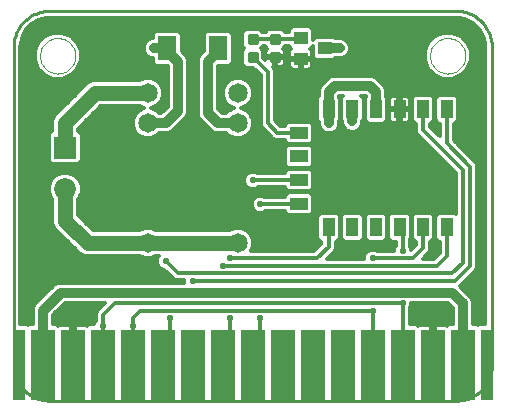
<source format=gtl>
G75*
G70*
%OFA0B0*%
%FSLAX24Y24*%
%IPPOS*%
%LPD*%
%AMOC8*
5,1,8,0,0,1.08239X$1,22.5*
%
%ADD10R,0.0394X0.0591*%
%ADD11R,0.0591X0.0394*%
%ADD12R,0.0450X0.0400*%
%ADD13C,0.0088*%
%ADD14R,0.0728X0.0728*%
%ADD15C,0.0728*%
%ADD16R,0.0600X0.0800*%
%ADD17C,0.0650*%
%ADD18C,0.0100*%
%ADD19R,0.0787X0.2362*%
%ADD20R,0.0394X0.2362*%
%ADD21C,0.0000*%
%ADD22C,0.0120*%
%ADD23C,0.0220*%
%ADD24C,0.0200*%
%ADD25C,0.0320*%
%ADD26C,0.0060*%
%ADD27C,0.0500*%
D10*
X010691Y005941D03*
X011479Y005941D03*
X012266Y005941D03*
X013054Y005941D03*
X013841Y005941D03*
X014629Y005941D03*
X014629Y009879D03*
X013841Y009879D03*
X013054Y009879D03*
X012266Y009879D03*
X011479Y009879D03*
X010691Y009879D03*
D11*
X009707Y009091D03*
X009707Y008304D03*
X009707Y007516D03*
X009707Y006729D03*
D12*
X009760Y011560D03*
X009760Y012260D03*
X010560Y011910D03*
D13*
X008779Y011741D02*
X008779Y011479D01*
X008779Y011741D02*
X009041Y011741D01*
X009041Y011479D01*
X008779Y011479D01*
X008779Y011566D02*
X009041Y011566D01*
X009041Y011653D02*
X008779Y011653D01*
X008779Y011740D02*
X009041Y011740D01*
X008779Y012079D02*
X008779Y012341D01*
X009041Y012341D01*
X009041Y012079D01*
X008779Y012079D01*
X008779Y012166D02*
X009041Y012166D01*
X009041Y012253D02*
X008779Y012253D01*
X008779Y012340D02*
X009041Y012340D01*
X008291Y012341D02*
X008291Y012079D01*
X008029Y012079D01*
X008029Y012341D01*
X008291Y012341D01*
X008291Y012166D02*
X008029Y012166D01*
X008029Y012253D02*
X008291Y012253D01*
X008291Y012340D02*
X008029Y012340D01*
X008291Y011741D02*
X008291Y011479D01*
X008029Y011479D01*
X008029Y011741D01*
X008291Y011741D01*
X008291Y011566D02*
X008029Y011566D01*
X008029Y011653D02*
X008291Y011653D01*
X008291Y011740D02*
X008029Y011740D01*
D14*
X001910Y008599D03*
D15*
X001910Y007221D03*
D16*
X005310Y011910D03*
X007010Y011910D03*
D17*
X007660Y010410D03*
X007660Y009410D03*
X004660Y009410D03*
X004660Y010410D03*
X004660Y005410D03*
X007660Y005410D03*
D18*
X001388Y000164D02*
X014932Y000164D01*
X014999Y000166D01*
X015066Y000172D01*
X015133Y000181D01*
X015199Y000194D01*
X015264Y000211D01*
X015328Y000231D01*
X015391Y000255D01*
X015453Y000283D01*
X015512Y000314D01*
X015570Y000348D01*
X015626Y000385D01*
X015680Y000426D01*
X015732Y000469D01*
X015781Y000515D01*
X015827Y000564D01*
X015870Y000616D01*
X015911Y000670D01*
X015948Y000726D01*
X015982Y000784D01*
X016013Y000843D01*
X016041Y000905D01*
X016065Y000968D01*
X016085Y001032D01*
X016102Y001097D01*
X016115Y001163D01*
X016124Y001230D01*
X016130Y001297D01*
X016132Y001364D01*
X016132Y011956D01*
X016130Y012023D01*
X016124Y012090D01*
X016115Y012157D01*
X016102Y012223D01*
X016085Y012288D01*
X016065Y012352D01*
X016041Y012415D01*
X016013Y012477D01*
X015982Y012536D01*
X015948Y012594D01*
X015911Y012650D01*
X015870Y012704D01*
X015827Y012756D01*
X015781Y012805D01*
X015732Y012851D01*
X015680Y012894D01*
X015626Y012935D01*
X015570Y012972D01*
X015512Y013006D01*
X015453Y013037D01*
X015391Y013065D01*
X015328Y013089D01*
X015264Y013109D01*
X015199Y013126D01*
X015133Y013139D01*
X015066Y013148D01*
X014999Y013154D01*
X014932Y013156D01*
X001388Y013156D01*
X001321Y013154D01*
X001254Y013148D01*
X001187Y013139D01*
X001121Y013126D01*
X001056Y013109D01*
X000992Y013089D01*
X000929Y013065D01*
X000867Y013037D01*
X000808Y013006D01*
X000750Y012972D01*
X000694Y012935D01*
X000640Y012894D01*
X000588Y012851D01*
X000539Y012805D01*
X000493Y012756D01*
X000450Y012704D01*
X000409Y012650D01*
X000372Y012594D01*
X000338Y012536D01*
X000307Y012477D01*
X000279Y012415D01*
X000255Y012352D01*
X000235Y012288D01*
X000218Y012223D01*
X000205Y012157D01*
X000196Y012090D01*
X000190Y012023D01*
X000188Y011956D01*
X000188Y001364D01*
X000190Y001297D01*
X000196Y001230D01*
X000205Y001163D01*
X000218Y001097D01*
X000235Y001032D01*
X000255Y000968D01*
X000279Y000905D01*
X000307Y000843D01*
X000338Y000784D01*
X000372Y000726D01*
X000409Y000670D01*
X000450Y000616D01*
X000493Y000564D01*
X000539Y000515D01*
X000588Y000469D01*
X000640Y000426D01*
X000694Y000385D01*
X000750Y000348D01*
X000808Y000314D01*
X000867Y000283D01*
X000929Y000255D01*
X000992Y000231D01*
X001056Y000211D01*
X001121Y000194D01*
X001187Y000181D01*
X001254Y000172D01*
X001321Y000166D01*
X001388Y000164D01*
D19*
X001160Y001348D03*
X002160Y001348D03*
X003160Y001348D03*
X004160Y001348D03*
X005160Y001348D03*
X006160Y001348D03*
X007160Y001348D03*
X008160Y001348D03*
X009160Y001348D03*
X010160Y001348D03*
X011160Y001348D03*
X012160Y001348D03*
X013160Y001348D03*
X014160Y001348D03*
X015160Y001348D03*
D20*
X015955Y001348D03*
X000365Y001348D03*
D21*
X001069Y011660D02*
X001071Y011708D01*
X001077Y011756D01*
X001087Y011803D01*
X001100Y011849D01*
X001118Y011894D01*
X001138Y011938D01*
X001163Y011980D01*
X001191Y012019D01*
X001221Y012056D01*
X001255Y012090D01*
X001292Y012122D01*
X001330Y012151D01*
X001371Y012176D01*
X001414Y012198D01*
X001459Y012216D01*
X001505Y012230D01*
X001552Y012241D01*
X001600Y012248D01*
X001648Y012251D01*
X001696Y012250D01*
X001744Y012245D01*
X001792Y012236D01*
X001838Y012224D01*
X001883Y012207D01*
X001927Y012187D01*
X001969Y012164D01*
X002009Y012137D01*
X002047Y012107D01*
X002082Y012074D01*
X002114Y012038D01*
X002144Y012000D01*
X002170Y011959D01*
X002192Y011916D01*
X002212Y011872D01*
X002227Y011827D01*
X002239Y011780D01*
X002247Y011732D01*
X002251Y011684D01*
X002251Y011636D01*
X002247Y011588D01*
X002239Y011540D01*
X002227Y011493D01*
X002212Y011448D01*
X002192Y011404D01*
X002170Y011361D01*
X002144Y011320D01*
X002114Y011282D01*
X002082Y011246D01*
X002047Y011213D01*
X002009Y011183D01*
X001969Y011156D01*
X001927Y011133D01*
X001883Y011113D01*
X001838Y011096D01*
X001792Y011084D01*
X001744Y011075D01*
X001696Y011070D01*
X001648Y011069D01*
X001600Y011072D01*
X001552Y011079D01*
X001505Y011090D01*
X001459Y011104D01*
X001414Y011122D01*
X001371Y011144D01*
X001330Y011169D01*
X001292Y011198D01*
X001255Y011230D01*
X001221Y011264D01*
X001191Y011301D01*
X001163Y011340D01*
X001138Y011382D01*
X001118Y011426D01*
X001100Y011471D01*
X001087Y011517D01*
X001077Y011564D01*
X001071Y011612D01*
X001069Y011660D01*
X014069Y011660D02*
X014071Y011708D01*
X014077Y011756D01*
X014087Y011803D01*
X014100Y011849D01*
X014118Y011894D01*
X014138Y011938D01*
X014163Y011980D01*
X014191Y012019D01*
X014221Y012056D01*
X014255Y012090D01*
X014292Y012122D01*
X014330Y012151D01*
X014371Y012176D01*
X014414Y012198D01*
X014459Y012216D01*
X014505Y012230D01*
X014552Y012241D01*
X014600Y012248D01*
X014648Y012251D01*
X014696Y012250D01*
X014744Y012245D01*
X014792Y012236D01*
X014838Y012224D01*
X014883Y012207D01*
X014927Y012187D01*
X014969Y012164D01*
X015009Y012137D01*
X015047Y012107D01*
X015082Y012074D01*
X015114Y012038D01*
X015144Y012000D01*
X015170Y011959D01*
X015192Y011916D01*
X015212Y011872D01*
X015227Y011827D01*
X015239Y011780D01*
X015247Y011732D01*
X015251Y011684D01*
X015251Y011636D01*
X015247Y011588D01*
X015239Y011540D01*
X015227Y011493D01*
X015212Y011448D01*
X015192Y011404D01*
X015170Y011361D01*
X015144Y011320D01*
X015114Y011282D01*
X015082Y011246D01*
X015047Y011213D01*
X015009Y011183D01*
X014969Y011156D01*
X014927Y011133D01*
X014883Y011113D01*
X014838Y011096D01*
X014792Y011084D01*
X014744Y011075D01*
X014696Y011070D01*
X014648Y011069D01*
X014600Y011072D01*
X014552Y011079D01*
X014505Y011090D01*
X014459Y011104D01*
X014414Y011122D01*
X014371Y011144D01*
X014330Y011169D01*
X014292Y011198D01*
X014255Y011230D01*
X014221Y011264D01*
X014191Y011301D01*
X014163Y011340D01*
X014138Y011382D01*
X014118Y011426D01*
X014100Y011471D01*
X014087Y011517D01*
X014077Y011564D01*
X014071Y011612D01*
X014069Y011660D01*
D22*
X013889Y011637D02*
X011268Y011637D01*
X011253Y011622D02*
X011348Y011717D01*
X011400Y011842D01*
X011400Y011978D01*
X011348Y012103D01*
X011253Y012198D01*
X011128Y012250D01*
X010900Y012250D01*
X010860Y012290D01*
X010260Y012290D01*
X010165Y012195D01*
X010165Y012535D01*
X010060Y012640D01*
X009460Y012640D01*
X009355Y012535D01*
X009355Y012450D01*
X009249Y012450D01*
X009134Y012565D01*
X008686Y012565D01*
X008571Y012450D01*
X008499Y012450D01*
X008384Y012565D01*
X007936Y012565D01*
X007805Y012434D01*
X007805Y011986D01*
X007881Y011910D01*
X007805Y011834D01*
X007805Y011386D01*
X007936Y011255D01*
X008176Y011255D01*
X008420Y011011D01*
X008420Y009362D01*
X008457Y009274D01*
X008524Y009207D01*
X008843Y008888D01*
X008931Y008851D01*
X009232Y008851D01*
X009232Y008820D01*
X009337Y008714D01*
X010077Y008714D01*
X010183Y008820D01*
X010183Y009363D01*
X010077Y009468D01*
X009337Y009468D01*
X009232Y009363D01*
X009232Y009331D01*
X009078Y009331D01*
X008900Y009509D01*
X008900Y011158D01*
X008863Y011246D01*
X008834Y011275D01*
X008882Y011275D01*
X008882Y011582D01*
X008938Y011582D01*
X008938Y011638D01*
X009245Y011638D01*
X009245Y011768D01*
X009231Y011820D01*
X009204Y011866D01*
X009175Y011896D01*
X009249Y011970D01*
X009370Y011970D01*
X009447Y011894D01*
X009437Y011888D01*
X009407Y011858D01*
X009386Y011822D01*
X009375Y011781D01*
X009375Y011600D01*
X009720Y011600D01*
X009720Y011520D01*
X009800Y011520D01*
X009800Y011600D01*
X010145Y011600D01*
X010145Y011781D01*
X010134Y011822D01*
X010113Y011858D01*
X010083Y011888D01*
X010073Y011894D01*
X010155Y011975D01*
X010155Y011635D01*
X010260Y011530D01*
X010860Y011530D01*
X010900Y011570D01*
X011128Y011570D01*
X011253Y011622D01*
X011364Y011756D02*
X013889Y011756D01*
X013889Y011813D02*
X013889Y011507D01*
X014007Y011224D01*
X014224Y011007D01*
X014507Y010889D01*
X014813Y010889D01*
X015096Y011007D01*
X015313Y011224D01*
X015431Y011507D01*
X015431Y011813D01*
X015313Y012096D01*
X015096Y012313D01*
X014813Y012431D01*
X014507Y012431D01*
X014224Y012313D01*
X014007Y012096D01*
X013889Y011813D01*
X013915Y011874D02*
X011400Y011874D01*
X011394Y011993D02*
X013964Y011993D01*
X014021Y012111D02*
X011340Y012111D01*
X011177Y012230D02*
X014140Y012230D01*
X014307Y012348D02*
X010165Y012348D01*
X010165Y012230D02*
X010200Y012230D01*
X010165Y012467D02*
X015748Y012467D01*
X015702Y012547D02*
X015829Y012327D01*
X015894Y012083D01*
X015902Y011956D01*
X015902Y002709D01*
X015684Y002709D01*
X015656Y002681D01*
X015628Y002709D01*
X015500Y002709D01*
X015500Y003478D01*
X015448Y003603D01*
X015353Y003698D01*
X015070Y003981D01*
X015113Y004024D01*
X015613Y004524D01*
X015650Y004612D01*
X015650Y008008D01*
X015613Y008096D01*
X015546Y008163D01*
X014869Y008841D01*
X014869Y009403D01*
X014900Y009403D01*
X015005Y009509D01*
X015005Y010248D01*
X014900Y010354D01*
X014357Y010354D01*
X014252Y010248D01*
X014252Y009509D01*
X014357Y009403D01*
X014389Y009403D01*
X014389Y008971D01*
X014081Y009278D01*
X014081Y009403D01*
X014113Y009403D01*
X014218Y009509D01*
X014218Y010248D01*
X014113Y010354D01*
X013570Y010354D01*
X013464Y010248D01*
X013464Y009509D01*
X013570Y009403D01*
X013601Y009403D01*
X013601Y009131D01*
X013638Y009043D01*
X014920Y007761D01*
X014920Y006397D01*
X014900Y006417D01*
X014357Y006417D01*
X014252Y006311D01*
X014252Y005572D01*
X014357Y005466D01*
X014389Y005466D01*
X014389Y005078D01*
X014211Y004900D01*
X013839Y004900D01*
X014045Y005105D01*
X014081Y005193D01*
X014081Y005466D01*
X014113Y005466D01*
X014218Y005572D01*
X014218Y006311D01*
X014113Y006417D01*
X013570Y006417D01*
X013464Y006311D01*
X013464Y005572D01*
X013570Y005466D01*
X013601Y005466D01*
X013601Y005341D01*
X013450Y005189D01*
X013450Y005218D01*
X013406Y005324D01*
X013400Y005330D01*
X013400Y005541D01*
X013431Y005572D01*
X013431Y006311D01*
X013325Y006417D01*
X012782Y006417D01*
X012677Y006311D01*
X012677Y005572D01*
X012782Y005466D01*
X012920Y005466D01*
X012920Y005330D01*
X012914Y005324D01*
X012870Y005218D01*
X012870Y005150D01*
X012330Y005150D01*
X012324Y005156D01*
X012218Y005200D01*
X012102Y005200D01*
X011996Y005156D01*
X011914Y005074D01*
X011870Y004968D01*
X011870Y004900D01*
X010639Y004900D01*
X010827Y005088D01*
X010895Y005156D01*
X010931Y005244D01*
X010931Y005466D01*
X010963Y005466D01*
X011068Y005572D01*
X011068Y006311D01*
X010963Y006417D01*
X010420Y006417D01*
X010315Y006311D01*
X010315Y005572D01*
X010420Y005466D01*
X010451Y005466D01*
X010451Y005391D01*
X010211Y005150D01*
X008099Y005150D01*
X008165Y005310D01*
X008165Y005510D01*
X008088Y005696D01*
X007946Y005838D01*
X007760Y005915D01*
X007560Y005915D01*
X007378Y005840D01*
X004942Y005840D01*
X004760Y005915D01*
X004560Y005915D01*
X004378Y005840D01*
X002838Y005840D01*
X002340Y006338D01*
X002340Y006881D01*
X002371Y006913D01*
X002454Y007113D01*
X002454Y007329D01*
X002371Y007529D01*
X002218Y007682D01*
X002018Y007765D01*
X001802Y007765D01*
X001602Y007682D01*
X001449Y007529D01*
X001366Y007329D01*
X001366Y007113D01*
X001449Y006913D01*
X001480Y006881D01*
X001480Y006074D01*
X001545Y005916D01*
X001666Y005795D01*
X002416Y005045D01*
X002574Y004980D01*
X004378Y004980D01*
X004560Y004905D01*
X004760Y004905D01*
X004942Y004980D01*
X005020Y004980D01*
X005014Y004974D01*
X004970Y004868D01*
X004970Y004752D01*
X005014Y004646D01*
X005096Y004564D01*
X005202Y004520D01*
X005211Y004520D01*
X005524Y004207D01*
X005612Y004170D01*
X005870Y004170D01*
X005870Y004102D01*
X005871Y004100D01*
X001692Y004100D01*
X001567Y004048D01*
X001472Y003953D01*
X000872Y003353D01*
X000820Y003228D01*
X000820Y002709D01*
X000692Y002709D01*
X000664Y002681D01*
X000636Y002709D01*
X000418Y002709D01*
X000418Y011956D01*
X000426Y012083D01*
X000491Y012327D01*
X000618Y012547D01*
X000797Y012726D01*
X001016Y012852D01*
X001261Y012918D01*
X001388Y012926D01*
X014932Y012926D01*
X015059Y012918D01*
X015059Y012918D01*
X015304Y012852D01*
X015523Y012726D01*
X015702Y012547D01*
X015664Y012585D02*
X010115Y012585D01*
X009760Y012260D02*
X009710Y012210D01*
X008910Y012210D01*
X008160Y012210D01*
X008439Y011910D02*
X008499Y011970D01*
X008571Y011970D01*
X008645Y011896D01*
X008616Y011866D01*
X008589Y011820D01*
X008575Y011768D01*
X008575Y011638D01*
X008882Y011638D01*
X008882Y011582D01*
X008575Y011582D01*
X008575Y011534D01*
X008515Y011594D01*
X008515Y011834D01*
X008439Y011910D01*
X008475Y011874D02*
X008623Y011874D01*
X008575Y011756D02*
X008515Y011756D01*
X008515Y011637D02*
X008882Y011637D01*
X008938Y011637D02*
X009375Y011637D01*
X009375Y011520D02*
X009375Y011339D01*
X009386Y011298D01*
X009407Y011262D01*
X009437Y011232D01*
X009473Y011211D01*
X009514Y011200D01*
X009720Y011200D01*
X009720Y011520D01*
X009375Y011520D01*
X009375Y011519D02*
X009245Y011519D01*
X009245Y011582D02*
X008938Y011582D01*
X008938Y011275D01*
X009068Y011275D01*
X009120Y011289D01*
X009166Y011316D01*
X009204Y011354D01*
X009231Y011400D01*
X009375Y011400D01*
X009396Y011282D02*
X009092Y011282D01*
X008938Y011282D02*
X008882Y011282D01*
X008882Y011400D02*
X008938Y011400D01*
X008938Y011519D02*
X008882Y011519D01*
X009245Y011582D02*
X009245Y011452D01*
X009231Y011400D01*
X008898Y011163D02*
X014067Y011163D01*
X013983Y011282D02*
X010124Y011282D01*
X010134Y011298D02*
X010145Y011339D01*
X010145Y011520D01*
X009800Y011520D01*
X009800Y011200D01*
X010006Y011200D01*
X010047Y011211D01*
X010083Y011232D01*
X010113Y011262D01*
X010134Y011298D01*
X010145Y011400D02*
X013934Y011400D01*
X013889Y011519D02*
X010145Y011519D01*
X010145Y011637D02*
X010155Y011637D01*
X010145Y011756D02*
X010155Y011756D01*
X010155Y011874D02*
X010097Y011874D01*
X009800Y011519D02*
X009720Y011519D01*
X009720Y011400D02*
X009800Y011400D01*
X009800Y011282D02*
X009720Y011282D01*
X009375Y011756D02*
X009245Y011756D01*
X009197Y011874D02*
X009423Y011874D01*
X009355Y012467D02*
X009232Y012467D01*
X009405Y012585D02*
X000656Y012585D01*
X000572Y012467D02*
X004912Y012467D01*
X004935Y012490D02*
X004830Y012385D01*
X004830Y012250D01*
X004792Y012250D01*
X004667Y012198D01*
X004572Y012103D01*
X004520Y011978D01*
X004520Y011842D01*
X004572Y011717D01*
X004667Y011622D01*
X004792Y011570D01*
X004830Y011570D01*
X004830Y011435D01*
X004935Y011330D01*
X005309Y011330D01*
X005320Y011319D01*
X005320Y009951D01*
X005119Y009750D01*
X005034Y009750D01*
X004946Y009838D01*
X004773Y009910D01*
X004946Y009982D01*
X005088Y010124D01*
X005165Y010310D01*
X005165Y010510D01*
X005088Y010696D01*
X004946Y010838D01*
X004760Y010915D01*
X004560Y010915D01*
X004378Y010840D01*
X002824Y010840D01*
X002666Y010775D01*
X002545Y010654D01*
X001666Y009775D01*
X001545Y009654D01*
X001480Y009496D01*
X001480Y009143D01*
X001471Y009143D01*
X001366Y009038D01*
X001366Y008160D01*
X001471Y008055D01*
X002349Y008055D01*
X002454Y008160D01*
X002454Y009038D01*
X002349Y009143D01*
X002340Y009143D01*
X002340Y009232D01*
X003088Y009980D01*
X004378Y009980D01*
X004547Y009910D01*
X004374Y009838D01*
X004232Y009696D01*
X004155Y009510D01*
X004155Y009310D01*
X004232Y009124D01*
X004374Y008982D01*
X004560Y008905D01*
X004760Y008905D01*
X004946Y008982D01*
X005034Y009070D01*
X005328Y009070D01*
X005453Y009122D01*
X005853Y009522D01*
X005948Y009617D01*
X006000Y009742D01*
X006000Y011528D01*
X005948Y011653D01*
X005790Y011811D01*
X005790Y012385D01*
X005685Y012490D01*
X004935Y012490D01*
X004830Y012348D02*
X002013Y012348D01*
X002096Y012313D02*
X001813Y012431D01*
X001507Y012431D01*
X001224Y012313D01*
X001007Y012096D01*
X000889Y011813D01*
X000889Y011507D01*
X001007Y011224D01*
X001224Y011007D01*
X001507Y010889D01*
X001813Y010889D01*
X002096Y011007D01*
X002313Y011224D01*
X002431Y011507D01*
X002431Y011813D01*
X002313Y012096D01*
X002096Y012313D01*
X002180Y012230D02*
X004743Y012230D01*
X004580Y012111D02*
X002299Y012111D01*
X002356Y011993D02*
X004526Y011993D01*
X004520Y011874D02*
X002405Y011874D01*
X002431Y011756D02*
X004556Y011756D01*
X004652Y011637D02*
X002431Y011637D01*
X002431Y011519D02*
X004830Y011519D01*
X004865Y011400D02*
X002386Y011400D01*
X002337Y011282D02*
X005320Y011282D01*
X005320Y011163D02*
X002253Y011163D01*
X002134Y011045D02*
X005320Y011045D01*
X005320Y010926D02*
X001902Y010926D01*
X001418Y010926D02*
X000418Y010926D01*
X000418Y010808D02*
X002746Y010808D01*
X002581Y010689D02*
X000418Y010689D01*
X000418Y010571D02*
X002462Y010571D01*
X002545Y010654D02*
X002545Y010654D01*
X002344Y010452D02*
X000418Y010452D01*
X000418Y010334D02*
X002225Y010334D01*
X002107Y010215D02*
X000418Y010215D01*
X000418Y010097D02*
X001988Y010097D01*
X001870Y009978D02*
X000418Y009978D01*
X000418Y009860D02*
X001751Y009860D01*
X001666Y009775D02*
X001666Y009775D01*
X001633Y009741D02*
X000418Y009741D01*
X000418Y009623D02*
X001533Y009623D01*
X001484Y009504D02*
X000418Y009504D01*
X000418Y009386D02*
X001480Y009386D01*
X001480Y009267D02*
X000418Y009267D01*
X000418Y009149D02*
X001480Y009149D01*
X001366Y009030D02*
X000418Y009030D01*
X000418Y008912D02*
X001366Y008912D01*
X001366Y008793D02*
X000418Y008793D01*
X000418Y008675D02*
X001366Y008675D01*
X001366Y008556D02*
X000418Y008556D01*
X000418Y008438D02*
X001366Y008438D01*
X001366Y008319D02*
X000418Y008319D01*
X000418Y008201D02*
X001366Y008201D01*
X001444Y008082D02*
X000418Y008082D01*
X000418Y007964D02*
X009301Y007964D01*
X009337Y007927D02*
X009232Y008032D01*
X009232Y008575D01*
X009337Y008681D01*
X010077Y008681D01*
X010183Y008575D01*
X010183Y008032D01*
X010077Y007927D01*
X009337Y007927D01*
X009337Y007893D02*
X009232Y007788D01*
X009232Y007750D01*
X008330Y007750D01*
X008324Y007756D01*
X008218Y007800D01*
X008102Y007800D01*
X007996Y007756D01*
X007914Y007674D01*
X007870Y007568D01*
X007870Y007452D01*
X007914Y007346D01*
X007996Y007264D01*
X008102Y007220D01*
X008218Y007220D01*
X008324Y007264D01*
X008330Y007270D01*
X009232Y007270D01*
X009232Y007245D01*
X009337Y007139D01*
X010077Y007139D01*
X010183Y007245D01*
X010183Y007788D01*
X010077Y007893D01*
X009337Y007893D01*
X009289Y007845D02*
X000418Y007845D01*
X000418Y007727D02*
X001708Y007727D01*
X001527Y007608D02*
X000418Y007608D01*
X000418Y007490D02*
X001432Y007490D01*
X001383Y007371D02*
X000418Y007371D01*
X000418Y007253D02*
X001366Y007253D01*
X001366Y007134D02*
X000418Y007134D01*
X000418Y007016D02*
X001406Y007016D01*
X001464Y006897D02*
X000418Y006897D01*
X000418Y006779D02*
X001480Y006779D01*
X001480Y006660D02*
X000418Y006660D01*
X000418Y006541D02*
X001480Y006541D01*
X001480Y006423D02*
X000418Y006423D01*
X000418Y006304D02*
X001480Y006304D01*
X001480Y006186D02*
X000418Y006186D01*
X000418Y006067D02*
X001483Y006067D01*
X001532Y005949D02*
X000418Y005949D01*
X000418Y005830D02*
X001631Y005830D01*
X001750Y005712D02*
X000418Y005712D01*
X000418Y005593D02*
X001868Y005593D01*
X001987Y005475D02*
X000418Y005475D01*
X000418Y005356D02*
X002105Y005356D01*
X002224Y005238D02*
X000418Y005238D01*
X000418Y005119D02*
X002342Y005119D01*
X002524Y005001D02*
X000418Y005001D01*
X000418Y004882D02*
X004976Y004882D01*
X004970Y004764D02*
X000418Y004764D01*
X000418Y004645D02*
X005014Y004645D01*
X005185Y004527D02*
X000418Y004527D01*
X000418Y004408D02*
X005322Y004408D01*
X005441Y004290D02*
X000418Y004290D01*
X000418Y004171D02*
X005609Y004171D01*
X005660Y004410D02*
X005260Y004810D01*
X005660Y004410D02*
X014810Y004410D01*
X015160Y004760D01*
X015160Y007860D01*
X013841Y009179D01*
X013841Y009879D01*
X013464Y009860D02*
X013092Y009860D01*
X013092Y009840D02*
X013092Y009917D01*
X013015Y009917D01*
X013015Y009840D01*
X012697Y009840D01*
X012697Y009562D01*
X012708Y009521D01*
X012729Y009485D01*
X012759Y009455D01*
X012795Y009434D01*
X012836Y009423D01*
X013015Y009423D01*
X013015Y009840D01*
X013092Y009840D01*
X013092Y009423D01*
X013272Y009423D01*
X013312Y009434D01*
X013349Y009455D01*
X013379Y009485D01*
X013400Y009521D01*
X013411Y009562D01*
X013411Y009840D01*
X013092Y009840D01*
X013092Y009917D02*
X013411Y009917D01*
X013411Y010195D01*
X013400Y010236D01*
X013379Y010272D01*
X013349Y010302D01*
X013312Y010323D01*
X013272Y010334D01*
X013092Y010334D01*
X013092Y009917D01*
X013092Y009978D02*
X013015Y009978D01*
X013015Y009917D02*
X013015Y010334D01*
X012836Y010334D01*
X012795Y010323D01*
X012759Y010302D01*
X012729Y010272D01*
X012708Y010236D01*
X012697Y010195D01*
X012697Y009917D01*
X013015Y009917D01*
X013015Y009860D02*
X012643Y009860D01*
X012643Y009978D02*
X012697Y009978D01*
X012697Y010097D02*
X012643Y010097D01*
X012643Y010215D02*
X012702Y010215D01*
X012643Y010248D02*
X012606Y010285D01*
X012606Y010515D01*
X012555Y010640D01*
X012342Y010853D01*
X012247Y010948D01*
X012122Y011000D01*
X010842Y011000D01*
X010717Y010948D01*
X010622Y010853D01*
X010422Y010653D01*
X010370Y010528D01*
X010370Y010304D01*
X010315Y010248D01*
X010315Y009509D01*
X010370Y009453D01*
X010370Y009342D01*
X010422Y009217D01*
X010517Y009122D01*
X010642Y009070D01*
X010778Y009070D01*
X010903Y009122D01*
X010998Y009217D01*
X011050Y009342D01*
X011050Y009490D01*
X011068Y009509D01*
X011068Y010248D01*
X011050Y010267D01*
X011050Y010319D01*
X011051Y010320D01*
X011174Y010320D01*
X011102Y010248D01*
X011102Y009509D01*
X011139Y009472D01*
X011139Y009402D01*
X011191Y009277D01*
X011286Y009182D01*
X011411Y009130D01*
X011547Y009130D01*
X011671Y009182D01*
X011767Y009277D01*
X011819Y009402D01*
X011819Y009472D01*
X011856Y009509D01*
X011856Y010248D01*
X011784Y010320D01*
X011913Y010320D01*
X011926Y010307D01*
X011926Y010285D01*
X011889Y010248D01*
X011889Y009509D01*
X011995Y009403D01*
X012538Y009403D01*
X012643Y009509D01*
X012643Y010248D01*
X012606Y010334D02*
X012835Y010334D01*
X013015Y010334D02*
X013092Y010334D01*
X013092Y010215D02*
X013015Y010215D01*
X013015Y010097D02*
X013092Y010097D01*
X013273Y010334D02*
X013549Y010334D01*
X013464Y010215D02*
X013405Y010215D01*
X013411Y010097D02*
X013464Y010097D01*
X013464Y009978D02*
X013411Y009978D01*
X013411Y009741D02*
X013464Y009741D01*
X013464Y009623D02*
X013411Y009623D01*
X013390Y009504D02*
X013469Y009504D01*
X013601Y009386D02*
X011812Y009386D01*
X011851Y009504D02*
X011894Y009504D01*
X011889Y009623D02*
X011856Y009623D01*
X011856Y009741D02*
X011889Y009741D01*
X011889Y009860D02*
X011856Y009860D01*
X011856Y009978D02*
X011889Y009978D01*
X011889Y010097D02*
X011856Y010097D01*
X011856Y010215D02*
X011889Y010215D01*
X012387Y010808D02*
X015902Y010808D01*
X015902Y010926D02*
X014902Y010926D01*
X015134Y011045D02*
X015902Y011045D01*
X015902Y011163D02*
X015253Y011163D01*
X015337Y011282D02*
X015902Y011282D01*
X015902Y011400D02*
X015386Y011400D01*
X015431Y011519D02*
X015902Y011519D01*
X015902Y011637D02*
X015431Y011637D01*
X015431Y011756D02*
X015902Y011756D01*
X015902Y011874D02*
X015405Y011874D01*
X015356Y011993D02*
X015900Y011993D01*
X015887Y012111D02*
X015299Y012111D01*
X015180Y012230D02*
X015855Y012230D01*
X015817Y012348D02*
X015013Y012348D01*
X015356Y012822D02*
X000964Y012822D01*
X000775Y012704D02*
X015545Y012704D01*
X014186Y011045D02*
X008900Y011045D01*
X008900Y010926D02*
X010695Y010926D01*
X010577Y010808D02*
X008900Y010808D01*
X008900Y010689D02*
X010458Y010689D01*
X010388Y010571D02*
X008900Y010571D01*
X008900Y010452D02*
X010370Y010452D01*
X010370Y010334D02*
X008900Y010334D01*
X008900Y010215D02*
X010315Y010215D01*
X010315Y010097D02*
X008900Y010097D01*
X008900Y009978D02*
X010315Y009978D01*
X010315Y009860D02*
X008900Y009860D01*
X008900Y009741D02*
X010315Y009741D01*
X010315Y009623D02*
X008900Y009623D01*
X008905Y009504D02*
X010319Y009504D01*
X010370Y009386D02*
X010160Y009386D01*
X010183Y009267D02*
X010401Y009267D01*
X010491Y009149D02*
X010183Y009149D01*
X010183Y009030D02*
X013651Y009030D01*
X013601Y009149D02*
X011591Y009149D01*
X011757Y009267D02*
X013601Y009267D01*
X013769Y008912D02*
X010183Y008912D01*
X010156Y008793D02*
X013888Y008793D01*
X014006Y008675D02*
X010083Y008675D01*
X010183Y008556D02*
X014125Y008556D01*
X014243Y008438D02*
X010183Y008438D01*
X010183Y008319D02*
X014362Y008319D01*
X014480Y008201D02*
X010183Y008201D01*
X010183Y008082D02*
X014599Y008082D01*
X014717Y007964D02*
X010114Y007964D01*
X010125Y007845D02*
X014836Y007845D01*
X014920Y007727D02*
X010183Y007727D01*
X010183Y007608D02*
X014920Y007608D01*
X014920Y007490D02*
X010183Y007490D01*
X010183Y007371D02*
X014920Y007371D01*
X014920Y007253D02*
X010183Y007253D01*
X010077Y007106D02*
X009337Y007106D01*
X009232Y007000D01*
X009232Y006950D01*
X008580Y006950D01*
X008574Y006956D01*
X008468Y007000D01*
X008352Y007000D01*
X008246Y006956D01*
X008164Y006874D01*
X008120Y006768D01*
X008120Y006652D01*
X008164Y006546D01*
X008246Y006464D01*
X008352Y006420D01*
X008468Y006420D01*
X008574Y006464D01*
X008580Y006470D01*
X009232Y006470D01*
X009232Y006457D01*
X009337Y006352D01*
X010077Y006352D01*
X010183Y006457D01*
X010183Y007000D01*
X010077Y007106D01*
X010167Y007016D02*
X014920Y007016D01*
X014920Y007134D02*
X002454Y007134D01*
X002454Y007253D02*
X008024Y007253D01*
X007904Y007371D02*
X002437Y007371D01*
X002388Y007490D02*
X007870Y007490D01*
X007887Y007608D02*
X002293Y007608D01*
X002112Y007727D02*
X007966Y007727D01*
X008160Y007510D02*
X009701Y007510D01*
X009707Y007516D01*
X009232Y007253D02*
X008296Y007253D01*
X008187Y006897D02*
X002356Y006897D01*
X002340Y006779D02*
X008124Y006779D01*
X008120Y006660D02*
X002340Y006660D01*
X002340Y006541D02*
X008168Y006541D01*
X008345Y006423D02*
X002340Y006423D01*
X002374Y006304D02*
X010315Y006304D01*
X010315Y006186D02*
X002492Y006186D01*
X002611Y006067D02*
X010315Y006067D01*
X010315Y005949D02*
X002729Y005949D01*
X002414Y007016D02*
X009247Y007016D01*
X009688Y006710D02*
X009707Y006729D01*
X009688Y006710D02*
X008410Y006710D01*
X008475Y006423D02*
X009266Y006423D01*
X010148Y006423D02*
X014920Y006423D01*
X014920Y006541D02*
X010183Y006541D01*
X010183Y006660D02*
X014920Y006660D01*
X014920Y006779D02*
X010183Y006779D01*
X010183Y006897D02*
X014920Y006897D01*
X015650Y006897D02*
X015902Y006897D01*
X015902Y006779D02*
X015650Y006779D01*
X015650Y006660D02*
X015902Y006660D01*
X015902Y006541D02*
X015650Y006541D01*
X015650Y006423D02*
X015902Y006423D01*
X015902Y006304D02*
X015650Y006304D01*
X015650Y006186D02*
X015902Y006186D01*
X015902Y006067D02*
X015650Y006067D01*
X015650Y005949D02*
X015902Y005949D01*
X015902Y005830D02*
X015650Y005830D01*
X015650Y005712D02*
X015902Y005712D01*
X015902Y005593D02*
X015650Y005593D01*
X015650Y005475D02*
X015902Y005475D01*
X015902Y005356D02*
X015650Y005356D01*
X015650Y005238D02*
X015902Y005238D01*
X015902Y005119D02*
X015650Y005119D01*
X015650Y005001D02*
X015902Y005001D01*
X015902Y004882D02*
X015650Y004882D01*
X015650Y004764D02*
X015902Y004764D01*
X015902Y004645D02*
X015650Y004645D01*
X015615Y004527D02*
X015902Y004527D01*
X015902Y004408D02*
X015498Y004408D01*
X015379Y004290D02*
X015902Y004290D01*
X015902Y004171D02*
X015261Y004171D01*
X015142Y004053D02*
X015902Y004053D01*
X015902Y003934D02*
X015116Y003934D01*
X015235Y003816D02*
X015902Y003816D01*
X015902Y003697D02*
X015353Y003697D01*
X015458Y003579D02*
X015902Y003579D01*
X015902Y003460D02*
X015500Y003460D01*
X015500Y003342D02*
X015902Y003342D01*
X015902Y003223D02*
X015500Y003223D01*
X015500Y003105D02*
X015902Y003105D01*
X015902Y002986D02*
X015500Y002986D01*
X015500Y002868D02*
X015902Y002868D01*
X015902Y002749D02*
X015500Y002749D01*
X014820Y002749D02*
X013400Y002749D01*
X013400Y002709D02*
X013400Y003240D01*
X013406Y003246D01*
X013450Y003352D01*
X013450Y003420D01*
X014669Y003420D01*
X014820Y003269D01*
X014820Y002709D01*
X014692Y002709D01*
X014644Y002662D01*
X014615Y002678D01*
X014575Y002689D01*
X014220Y002689D01*
X014220Y001408D01*
X014100Y001408D01*
X014100Y002689D01*
X013745Y002689D01*
X013705Y002678D01*
X013676Y002662D01*
X013628Y002709D01*
X013400Y002709D01*
X013400Y002868D02*
X014820Y002868D01*
X014820Y002986D02*
X013400Y002986D01*
X013400Y003105D02*
X014820Y003105D01*
X014820Y003223D02*
X013400Y003223D01*
X013446Y003342D02*
X014747Y003342D01*
X014220Y002631D02*
X014100Y002631D01*
X014100Y002512D02*
X014220Y002512D01*
X014220Y002394D02*
X014100Y002394D01*
X014100Y002275D02*
X014220Y002275D01*
X014220Y002157D02*
X014100Y002157D01*
X014100Y002038D02*
X014220Y002038D01*
X014220Y001920D02*
X014100Y001920D01*
X014100Y001801D02*
X014220Y001801D01*
X014220Y001683D02*
X014100Y001683D01*
X014100Y001564D02*
X014220Y001564D01*
X014220Y001446D02*
X014100Y001446D01*
X013160Y001348D02*
X013160Y003410D01*
X003560Y003410D01*
X003160Y003010D01*
X003160Y002660D01*
X003160Y001348D01*
X002220Y001408D02*
X002100Y001408D01*
X002100Y002689D01*
X001745Y002689D01*
X001705Y002678D01*
X001676Y002662D01*
X001628Y002709D01*
X001500Y002709D01*
X001500Y003019D01*
X001901Y003420D01*
X003231Y003420D01*
X003024Y003213D01*
X002957Y003146D01*
X002920Y003058D01*
X002920Y002830D01*
X002914Y002824D01*
X002870Y002718D01*
X002870Y002709D01*
X002692Y002709D01*
X002644Y002662D01*
X002615Y002678D01*
X002575Y002689D01*
X002220Y002689D01*
X002220Y001408D01*
X002220Y001446D02*
X002100Y001446D01*
X002100Y001564D02*
X002220Y001564D01*
X002220Y001683D02*
X002100Y001683D01*
X002100Y001801D02*
X002220Y001801D01*
X002220Y001920D02*
X002100Y001920D01*
X002100Y002038D02*
X002220Y002038D01*
X002220Y002157D02*
X002100Y002157D01*
X002100Y002275D02*
X002220Y002275D01*
X002220Y002394D02*
X002100Y002394D01*
X002100Y002512D02*
X002220Y002512D01*
X002220Y002631D02*
X002100Y002631D01*
X001500Y002749D02*
X002883Y002749D01*
X002920Y002868D02*
X001500Y002868D01*
X001500Y002986D02*
X002920Y002986D01*
X002940Y003105D02*
X001586Y003105D01*
X001704Y003223D02*
X003034Y003223D01*
X003153Y003342D02*
X001823Y003342D01*
X001335Y003816D02*
X000418Y003816D01*
X000418Y003934D02*
X001454Y003934D01*
X001579Y004053D02*
X000418Y004053D01*
X000418Y003697D02*
X001217Y003697D01*
X001098Y003579D02*
X000418Y003579D01*
X000418Y003460D02*
X000980Y003460D01*
X000867Y003342D02*
X000418Y003342D01*
X000418Y003223D02*
X000820Y003223D01*
X000820Y003105D02*
X000418Y003105D01*
X000418Y002986D02*
X000820Y002986D01*
X000820Y002868D02*
X000418Y002868D01*
X000418Y002749D02*
X000820Y002749D01*
X004160Y002660D02*
X004160Y001348D01*
X005160Y001348D02*
X005160Y001910D01*
X005410Y002160D01*
X005410Y002910D01*
X004410Y003160D02*
X004160Y002910D01*
X004160Y002660D01*
X004410Y003160D02*
X012160Y003160D01*
X012160Y001348D01*
X014910Y004160D02*
X006160Y004160D01*
X007160Y004660D02*
X014310Y004660D01*
X014629Y004979D01*
X014629Y005941D01*
X014252Y005949D02*
X014218Y005949D01*
X014218Y006067D02*
X014252Y006067D01*
X014252Y006186D02*
X014218Y006186D01*
X014218Y006304D02*
X014252Y006304D01*
X013841Y005941D02*
X013841Y005241D01*
X013510Y004910D01*
X012160Y004910D01*
X011959Y005119D02*
X010859Y005119D01*
X010929Y005238D02*
X012878Y005238D01*
X012920Y005356D02*
X010931Y005356D01*
X010972Y005475D02*
X011199Y005475D01*
X011207Y005466D02*
X011750Y005466D01*
X011856Y005572D01*
X011856Y006311D01*
X011750Y006417D01*
X011207Y006417D01*
X011102Y006311D01*
X011102Y005572D01*
X011207Y005466D01*
X011102Y005593D02*
X011068Y005593D01*
X011068Y005712D02*
X011102Y005712D01*
X011102Y005830D02*
X011068Y005830D01*
X011068Y005949D02*
X011102Y005949D01*
X011102Y006067D02*
X011068Y006067D01*
X011068Y006186D02*
X011102Y006186D01*
X011102Y006304D02*
X011068Y006304D01*
X010691Y005941D02*
X010691Y005291D01*
X010310Y004910D01*
X007410Y004910D01*
X008135Y005238D02*
X010299Y005238D01*
X010417Y005356D02*
X008165Y005356D01*
X008165Y005475D02*
X010411Y005475D01*
X010315Y005593D02*
X008131Y005593D01*
X008072Y005712D02*
X010315Y005712D01*
X010315Y005830D02*
X007954Y005830D01*
X009232Y008082D02*
X002376Y008082D01*
X002454Y008201D02*
X009232Y008201D01*
X009232Y008319D02*
X002454Y008319D01*
X002454Y008438D02*
X009232Y008438D01*
X009232Y008556D02*
X002454Y008556D01*
X002454Y008675D02*
X009331Y008675D01*
X009259Y008793D02*
X002454Y008793D01*
X002454Y008912D02*
X004544Y008912D01*
X004326Y009030D02*
X002454Y009030D01*
X002340Y009149D02*
X004222Y009149D01*
X004173Y009267D02*
X002375Y009267D01*
X002494Y009386D02*
X004155Y009386D01*
X004155Y009504D02*
X002612Y009504D01*
X002731Y009623D02*
X004201Y009623D01*
X004277Y009741D02*
X002849Y009741D01*
X002968Y009860D02*
X004426Y009860D01*
X004383Y009978D02*
X003086Y009978D01*
X004894Y009860D02*
X005229Y009860D01*
X005320Y009978D02*
X004937Y009978D01*
X005061Y010097D02*
X005320Y010097D01*
X005320Y010215D02*
X005126Y010215D01*
X005165Y010334D02*
X005320Y010334D01*
X005320Y010452D02*
X005165Y010452D01*
X005140Y010571D02*
X005320Y010571D01*
X005320Y010689D02*
X005091Y010689D01*
X004977Y010808D02*
X005320Y010808D01*
X006000Y010808D02*
X006320Y010808D01*
X006320Y010926D02*
X006000Y010926D01*
X006000Y011045D02*
X006320Y011045D01*
X006320Y011163D02*
X006000Y011163D01*
X006000Y011282D02*
X006320Y011282D01*
X006320Y011400D02*
X006000Y011400D01*
X006000Y011519D02*
X006320Y011519D01*
X006320Y011528D02*
X006320Y009692D01*
X006372Y009567D01*
X006467Y009472D01*
X006467Y009472D01*
X006817Y009122D01*
X006942Y009070D01*
X007286Y009070D01*
X007374Y008982D01*
X007560Y008905D01*
X007760Y008905D01*
X007946Y008982D01*
X008088Y009124D01*
X008165Y009310D01*
X008165Y009510D01*
X008088Y009696D01*
X007946Y009838D01*
X007773Y009910D01*
X007946Y009982D01*
X008088Y010124D01*
X008165Y010310D01*
X008165Y010510D01*
X008088Y010696D01*
X007946Y010838D01*
X007760Y010915D01*
X007560Y010915D01*
X007374Y010838D01*
X007232Y010696D01*
X007155Y010510D01*
X007155Y010310D01*
X007232Y010124D01*
X007374Y009982D01*
X007547Y009910D01*
X007374Y009838D01*
X007286Y009750D01*
X007151Y009750D01*
X007000Y009901D01*
X007000Y011319D01*
X007011Y011330D01*
X007385Y011330D01*
X007490Y011435D01*
X007490Y012385D01*
X007385Y012490D01*
X006635Y012490D01*
X006530Y012385D01*
X006530Y011811D01*
X006467Y011748D01*
X006372Y011653D01*
X006320Y011528D01*
X006365Y011637D02*
X005955Y011637D01*
X005845Y011756D02*
X006475Y011756D01*
X006530Y011874D02*
X005790Y011874D01*
X005790Y011993D02*
X006530Y011993D01*
X006530Y012111D02*
X005790Y012111D01*
X005790Y012230D02*
X006530Y012230D01*
X006530Y012348D02*
X005790Y012348D01*
X005708Y012467D02*
X006612Y012467D01*
X007408Y012467D02*
X007838Y012467D01*
X007805Y012348D02*
X007490Y012348D01*
X007490Y012230D02*
X007805Y012230D01*
X007805Y012111D02*
X007490Y012111D01*
X007490Y011993D02*
X007805Y011993D01*
X007845Y011874D02*
X007490Y011874D01*
X007490Y011756D02*
X007805Y011756D01*
X007805Y011637D02*
X007490Y011637D01*
X007490Y011519D02*
X007805Y011519D01*
X007805Y011400D02*
X007455Y011400D01*
X007000Y011282D02*
X007910Y011282D01*
X008268Y011163D02*
X007000Y011163D01*
X007000Y011045D02*
X008386Y011045D01*
X008420Y010926D02*
X007000Y010926D01*
X007000Y010808D02*
X007343Y010808D01*
X007229Y010689D02*
X007000Y010689D01*
X007000Y010571D02*
X007180Y010571D01*
X007155Y010452D02*
X007000Y010452D01*
X007000Y010334D02*
X007155Y010334D01*
X007194Y010215D02*
X007000Y010215D01*
X007000Y010097D02*
X007259Y010097D01*
X007383Y009978D02*
X007000Y009978D01*
X007041Y009860D02*
X007426Y009860D01*
X007894Y009860D02*
X008420Y009860D01*
X008420Y009978D02*
X007937Y009978D01*
X008061Y010097D02*
X008420Y010097D01*
X008420Y010215D02*
X008126Y010215D01*
X008165Y010334D02*
X008420Y010334D01*
X008420Y010452D02*
X008165Y010452D01*
X008140Y010571D02*
X008420Y010571D01*
X008420Y010689D02*
X008091Y010689D01*
X007977Y010808D02*
X008420Y010808D01*
X008660Y011110D02*
X008160Y011610D01*
X008660Y011110D02*
X008660Y009410D01*
X008979Y009091D01*
X009707Y009091D01*
X009255Y009386D02*
X009024Y009386D01*
X008701Y009030D02*
X007994Y009030D01*
X008098Y009149D02*
X008582Y009149D01*
X008464Y009267D02*
X008147Y009267D01*
X008165Y009386D02*
X008420Y009386D01*
X008420Y009504D02*
X008165Y009504D01*
X008119Y009623D02*
X008420Y009623D01*
X008420Y009741D02*
X008043Y009741D01*
X007326Y009030D02*
X004994Y009030D01*
X004776Y008912D02*
X007544Y008912D01*
X007776Y008912D02*
X008819Y008912D01*
X010929Y009149D02*
X011367Y009149D01*
X011201Y009267D02*
X011019Y009267D01*
X011050Y009386D02*
X011146Y009386D01*
X011107Y009504D02*
X011064Y009504D01*
X011068Y009623D02*
X011102Y009623D01*
X011102Y009741D02*
X011068Y009741D01*
X011068Y009860D02*
X011102Y009860D01*
X011102Y009978D02*
X011068Y009978D01*
X011068Y010097D02*
X011102Y010097D01*
X011102Y010215D02*
X011068Y010215D01*
X012269Y010926D02*
X014418Y010926D01*
X014337Y010334D02*
X014133Y010334D01*
X014218Y010215D02*
X014252Y010215D01*
X014252Y010097D02*
X014218Y010097D01*
X014218Y009978D02*
X014252Y009978D01*
X014252Y009860D02*
X014218Y009860D01*
X014218Y009741D02*
X014252Y009741D01*
X014252Y009623D02*
X014218Y009623D01*
X014213Y009504D02*
X014256Y009504D01*
X014389Y009386D02*
X014081Y009386D01*
X014092Y009267D02*
X014389Y009267D01*
X014389Y009149D02*
X014211Y009149D01*
X014329Y009030D02*
X014389Y009030D01*
X014629Y008741D02*
X015410Y007960D01*
X015410Y004660D01*
X014910Y004160D01*
X014312Y005001D02*
X013940Y005001D01*
X014051Y005119D02*
X014389Y005119D01*
X014389Y005238D02*
X014081Y005238D01*
X014081Y005356D02*
X014389Y005356D01*
X014348Y005475D02*
X014121Y005475D01*
X014218Y005593D02*
X014252Y005593D01*
X014252Y005712D02*
X014218Y005712D01*
X014218Y005830D02*
X014252Y005830D01*
X013561Y005475D02*
X013400Y005475D01*
X013400Y005356D02*
X013601Y005356D01*
X013499Y005238D02*
X013442Y005238D01*
X013160Y005160D02*
X013160Y005835D01*
X013054Y005941D01*
X012677Y005949D02*
X012643Y005949D01*
X012643Y006067D02*
X012677Y006067D01*
X012677Y006186D02*
X012643Y006186D01*
X012643Y006304D02*
X012677Y006304D01*
X012643Y006311D02*
X012538Y006417D01*
X011995Y006417D01*
X011889Y006311D01*
X011889Y005572D01*
X011995Y005466D01*
X012538Y005466D01*
X012643Y005572D01*
X012643Y006311D01*
X012643Y005830D02*
X012677Y005830D01*
X012677Y005712D02*
X012643Y005712D01*
X012643Y005593D02*
X012677Y005593D01*
X012774Y005475D02*
X012546Y005475D01*
X011986Y005475D02*
X011759Y005475D01*
X011856Y005593D02*
X011889Y005593D01*
X011889Y005712D02*
X011856Y005712D01*
X011856Y005830D02*
X011889Y005830D01*
X011889Y005949D02*
X011856Y005949D01*
X011856Y006067D02*
X011889Y006067D01*
X011889Y006186D02*
X011856Y006186D01*
X011856Y006304D02*
X011889Y006304D01*
X011884Y005001D02*
X010740Y005001D01*
X008410Y002910D02*
X008410Y002410D01*
X008160Y002160D01*
X008160Y001348D01*
X007410Y001598D02*
X007160Y001348D01*
X007410Y001598D02*
X007410Y002910D01*
X013431Y005593D02*
X013464Y005593D01*
X013464Y005712D02*
X013431Y005712D01*
X013431Y005830D02*
X013464Y005830D01*
X013464Y005949D02*
X013431Y005949D01*
X013431Y006067D02*
X013464Y006067D01*
X013464Y006186D02*
X013431Y006186D01*
X013431Y006304D02*
X013464Y006304D01*
X015650Y007016D02*
X015902Y007016D01*
X015902Y007134D02*
X015650Y007134D01*
X015650Y007253D02*
X015902Y007253D01*
X015902Y007371D02*
X015650Y007371D01*
X015650Y007490D02*
X015902Y007490D01*
X015902Y007608D02*
X015650Y007608D01*
X015650Y007727D02*
X015902Y007727D01*
X015902Y007845D02*
X015650Y007845D01*
X015650Y007964D02*
X015902Y007964D01*
X015902Y008082D02*
X015619Y008082D01*
X015509Y008201D02*
X015902Y008201D01*
X015902Y008319D02*
X015390Y008319D01*
X015272Y008438D02*
X015902Y008438D01*
X015902Y008556D02*
X015153Y008556D01*
X015035Y008675D02*
X015902Y008675D01*
X015902Y008793D02*
X014916Y008793D01*
X014869Y008912D02*
X015902Y008912D01*
X015902Y009030D02*
X014869Y009030D01*
X014869Y009149D02*
X015902Y009149D01*
X015902Y009267D02*
X014869Y009267D01*
X014869Y009386D02*
X015902Y009386D01*
X015902Y009504D02*
X015001Y009504D01*
X015005Y009623D02*
X015902Y009623D01*
X015902Y009741D02*
X015005Y009741D01*
X015005Y009860D02*
X015902Y009860D01*
X015902Y009978D02*
X015005Y009978D01*
X015005Y010097D02*
X015902Y010097D01*
X015902Y010215D02*
X015005Y010215D01*
X014920Y010334D02*
X015902Y010334D01*
X015902Y010452D02*
X012606Y010452D01*
X012583Y010571D02*
X015902Y010571D01*
X015902Y010689D02*
X012506Y010689D01*
X012643Y009741D02*
X012697Y009741D01*
X012697Y009623D02*
X012643Y009623D01*
X012638Y009504D02*
X012718Y009504D01*
X013015Y009504D02*
X013092Y009504D01*
X013092Y009623D02*
X013015Y009623D01*
X013015Y009741D02*
X013092Y009741D01*
X014629Y009879D02*
X014629Y008741D01*
X008588Y012467D02*
X008482Y012467D01*
X006320Y010689D02*
X006000Y010689D01*
X006000Y010571D02*
X006320Y010571D01*
X006320Y010452D02*
X006000Y010452D01*
X006000Y010334D02*
X006320Y010334D01*
X006320Y010215D02*
X006000Y010215D01*
X006000Y010097D02*
X006320Y010097D01*
X006320Y009978D02*
X006000Y009978D01*
X006000Y009860D02*
X006320Y009860D01*
X006320Y009741D02*
X005999Y009741D01*
X005950Y009623D02*
X006349Y009623D01*
X006435Y009504D02*
X005835Y009504D01*
X005716Y009386D02*
X006554Y009386D01*
X006672Y009267D02*
X005598Y009267D01*
X005479Y009149D02*
X006791Y009149D01*
X001307Y012348D02*
X000503Y012348D01*
X000465Y012230D02*
X001140Y012230D01*
X001021Y012111D02*
X000433Y012111D01*
X000420Y011993D02*
X000964Y011993D01*
X000915Y011874D02*
X000418Y011874D01*
X000418Y011756D02*
X000889Y011756D01*
X000889Y011637D02*
X000418Y011637D01*
X000418Y011519D02*
X000889Y011519D01*
X000934Y011400D02*
X000418Y011400D01*
X000418Y011282D02*
X000983Y011282D01*
X001067Y011163D02*
X000418Y011163D01*
X000418Y011045D02*
X001186Y011045D01*
D23*
X001110Y009910D03*
X003660Y009410D03*
X003660Y011460D03*
X004860Y011910D03*
X006160Y012660D03*
X008560Y012660D03*
X009410Y011160D03*
X009160Y010160D03*
X010710Y009410D03*
X011479Y009470D03*
X012160Y009060D03*
X013160Y008910D03*
X013410Y007410D03*
X014660Y007410D03*
X015660Y009160D03*
X013410Y010660D03*
X012910Y010660D03*
X011910Y012410D03*
X011060Y011910D03*
X010910Y011410D03*
X008160Y007510D03*
X008410Y006710D03*
X009160Y005660D03*
X010660Y006910D03*
X011060Y005310D03*
X012160Y004910D03*
X012660Y005310D03*
X013160Y005160D03*
X014210Y005160D03*
X015660Y004160D03*
X015660Y002910D03*
X015160Y002660D03*
X014410Y002910D03*
X013660Y002910D03*
X013160Y003410D03*
X012160Y003160D03*
X011460Y003760D03*
X008410Y002910D03*
X007410Y002910D03*
X006160Y004160D03*
X005260Y004810D03*
X007160Y004660D03*
X007410Y004910D03*
X005410Y002910D03*
X004160Y002660D03*
X003160Y002660D03*
X002660Y003160D03*
X001910Y003160D03*
X001160Y002660D03*
X000660Y002910D03*
X002410Y004410D03*
X000910Y005960D03*
X003760Y007110D03*
X004910Y006660D03*
D24*
X015160Y002710D02*
X015160Y002660D01*
D25*
X015160Y002710D02*
X015160Y001348D01*
X015160Y002710D02*
X015160Y003410D01*
X014810Y003760D01*
X011460Y003760D01*
X001760Y003760D01*
X001160Y003160D01*
X001160Y002660D01*
X001160Y001348D01*
X004660Y009410D02*
X005260Y009410D01*
X005660Y009810D01*
X005660Y011460D01*
X005310Y011810D01*
X005310Y011910D01*
X004860Y011910D01*
X006660Y011460D02*
X006660Y009760D01*
X007010Y009410D01*
X007660Y009410D01*
X006660Y011460D02*
X007010Y011810D01*
X007010Y011910D01*
X010560Y011910D02*
X011060Y011910D01*
X010910Y010660D02*
X012054Y010660D01*
X012266Y010448D01*
X012266Y009879D01*
X011479Y009879D02*
X011479Y009470D01*
X010710Y009410D02*
X010710Y009860D01*
X010710Y010460D01*
X010910Y010660D01*
X010691Y009879D02*
X010710Y009860D01*
X010691Y009879D02*
X010660Y009847D01*
D26*
X010691Y009879D02*
X010691Y010141D01*
D27*
X007660Y005410D02*
X004660Y005410D01*
X002660Y005410D01*
X001910Y006160D01*
X001910Y007221D01*
X001910Y008599D02*
X001910Y009410D01*
X002910Y010410D01*
X004660Y010410D01*
M02*

</source>
